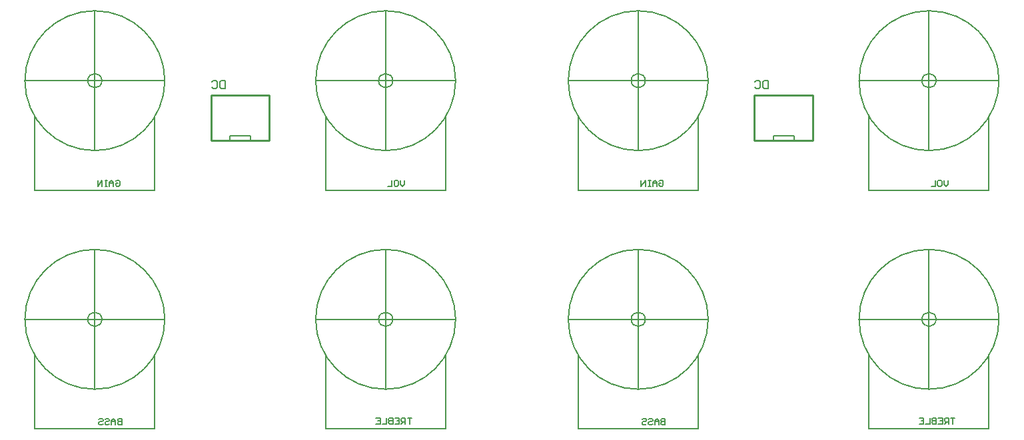
<source format=gbo>
G04*
G04 #@! TF.GenerationSoftware,Altium Limited,Altium Designer,19.1.6 (110)*
G04*
G04 Layer_Color=32896*
%FSLAX25Y25*%
%MOIN*%
G70*
G01*
G75*
%ADD31C,0.01000*%
%ADD42C,0.00787*%
%ADD43C,0.00500*%
%ADD45C,0.00591*%
%ADD77C,0.00800*%
D31*
X142470Y294395D02*
X171604D01*
Y271757D02*
Y294395D01*
X142470Y271757D02*
X171604D01*
X142470D02*
Y294395D01*
X414340D02*
X443474D01*
Y271757D02*
Y294395D01*
X414340Y271757D02*
X443474D01*
X414340D02*
Y294395D01*
D42*
X151919Y271984D02*
Y273952D01*
X162155D01*
Y271984D02*
Y273952D01*
X423789Y271984D02*
Y273952D01*
X434025D01*
Y271984D02*
Y273952D01*
D43*
X194797Y301559D02*
G03*
X229797Y266559I35000J0D01*
G01*
Y336559D02*
G03*
X194797Y301559I-0J-35000D01*
G01*
X229797Y336559D02*
G03*
X194797Y301559I-0J-35000D01*
G01*
Y301559D02*
G03*
X229797Y266559I35000J0D01*
G01*
D02*
G03*
X264797Y301559I0J35000D01*
G01*
Y301559D02*
G03*
X229797Y336559I-35000J0D01*
G01*
X264797Y301559D02*
G03*
X229797Y336559I-35000J0D01*
G01*
Y266559D02*
G03*
X264797Y301559I0J35000D01*
G01*
X233332D02*
G03*
X233332Y301559I-3535J0D01*
G01*
D02*
G03*
X233332Y301559I-3535J0D01*
G01*
X194797Y182059D02*
G03*
X229797Y147059I35000J0D01*
G01*
Y217059D02*
G03*
X194797Y182060I-0J-35000D01*
G01*
X229797Y217059D02*
G03*
X194797Y182060I-0J-35000D01*
G01*
Y182059D02*
G03*
X229797Y147059I35000J0D01*
G01*
D02*
G03*
X264797Y182059I0J35000D01*
G01*
Y182060D02*
G03*
X229797Y217059I-35000J0D01*
G01*
X264797Y182060D02*
G03*
X229797Y217059I-35000J0D01*
G01*
Y147059D02*
G03*
X264797Y182059I0J35000D01*
G01*
X233332D02*
G03*
X233332Y182059I-3535J0D01*
G01*
D02*
G03*
X233332Y182059I-3535J0D01*
G01*
X49297Y301559D02*
G03*
X84297Y266559I35000J0D01*
G01*
Y336559D02*
G03*
X49297Y301559I-0J-35000D01*
G01*
X84297Y336559D02*
G03*
X49297Y301559I-0J-35000D01*
G01*
Y301559D02*
G03*
X84297Y266559I35000J0D01*
G01*
D02*
G03*
X119297Y301559I0J35000D01*
G01*
Y301559D02*
G03*
X84297Y336559I-35000J0D01*
G01*
X119297Y301559D02*
G03*
X84297Y336559I-35000J0D01*
G01*
Y266559D02*
G03*
X119297Y301559I0J35000D01*
G01*
X87832D02*
G03*
X87832Y301559I-3535J0D01*
G01*
D02*
G03*
X87832Y301559I-3535J0D01*
G01*
X49297Y182059D02*
G03*
X84297Y147059I35000J0D01*
G01*
Y217059D02*
G03*
X49297Y182060I-0J-35000D01*
G01*
X84297Y217059D02*
G03*
X49297Y182060I-0J-35000D01*
G01*
Y182059D02*
G03*
X84297Y147059I35000J0D01*
G01*
D02*
G03*
X119297Y182059I0J35000D01*
G01*
Y182060D02*
G03*
X84297Y217059I-35000J0D01*
G01*
X119297Y182060D02*
G03*
X84297Y217059I-35000J0D01*
G01*
Y147059D02*
G03*
X119297Y182059I0J35000D01*
G01*
X87832D02*
G03*
X87832Y182059I-3535J0D01*
G01*
D02*
G03*
X87832Y182059I-3535J0D01*
G01*
X194797Y301559D02*
X264797D01*
X194797D02*
X264797D01*
X199797Y246622D02*
X259797D01*
X199797D02*
X259797D01*
X229797Y266559D02*
Y336559D01*
Y266559D02*
Y336559D01*
X199797Y246622D02*
Y284059D01*
Y246622D02*
Y284059D01*
X259797Y246622D02*
Y284059D01*
Y246622D02*
Y284059D01*
X194797Y182059D02*
X264797D01*
X194797D02*
X264797D01*
X199797Y127122D02*
X259797D01*
X199797D02*
X259797D01*
X229797Y147059D02*
Y217059D01*
Y147059D02*
Y217059D01*
X199797Y127122D02*
Y164559D01*
Y127122D02*
Y164559D01*
X259797Y127122D02*
Y164559D01*
Y127122D02*
Y164559D01*
X49297Y301559D02*
X119297D01*
X49297D02*
X119297D01*
X54297Y246622D02*
X114297D01*
X54297D02*
X114297D01*
X84297Y266559D02*
Y336559D01*
Y266559D02*
Y336559D01*
X54297Y246622D02*
Y284059D01*
Y246622D02*
Y284059D01*
X114297Y246622D02*
Y284059D01*
Y246622D02*
Y284059D01*
X49297Y182059D02*
X119297D01*
X49297D02*
X119297D01*
X54297Y127122D02*
X114297D01*
X54297D02*
X114297D01*
X84297Y147059D02*
Y217059D01*
Y147059D02*
Y217059D01*
X54297Y127122D02*
Y164559D01*
Y127122D02*
Y164559D01*
X114297Y127122D02*
Y164559D01*
Y127122D02*
Y164559D01*
X466667Y301559D02*
G03*
X501667Y266559I35000J0D01*
G01*
Y336559D02*
G03*
X466667Y301559I-0J-35000D01*
G01*
X501667Y336559D02*
G03*
X466667Y301559I-0J-35000D01*
G01*
Y301559D02*
G03*
X501667Y266559I35000J0D01*
G01*
D02*
G03*
X536667Y301559I0J35000D01*
G01*
Y301559D02*
G03*
X501667Y336559I-35000J0D01*
G01*
X536667Y301559D02*
G03*
X501667Y336559I-35000J0D01*
G01*
Y266559D02*
G03*
X536667Y301559I0J35000D01*
G01*
X505202D02*
G03*
X505202Y301559I-3535J0D01*
G01*
D02*
G03*
X505202Y301559I-3535J0D01*
G01*
X466667Y182059D02*
G03*
X501667Y147059I35000J0D01*
G01*
Y217059D02*
G03*
X466667Y182060I-0J-35000D01*
G01*
X501667Y217059D02*
G03*
X466667Y182060I-0J-35000D01*
G01*
Y182059D02*
G03*
X501667Y147059I35000J0D01*
G01*
D02*
G03*
X536667Y182059I0J35000D01*
G01*
Y182060D02*
G03*
X501667Y217059I-35000J0D01*
G01*
X536667Y182060D02*
G03*
X501667Y217059I-35000J0D01*
G01*
Y147059D02*
G03*
X536667Y182059I0J35000D01*
G01*
X505202D02*
G03*
X505202Y182059I-3535J0D01*
G01*
D02*
G03*
X505202Y182059I-3535J0D01*
G01*
X321167Y301559D02*
G03*
X356167Y266559I35000J0D01*
G01*
Y336559D02*
G03*
X321167Y301559I-0J-35000D01*
G01*
X356167Y336559D02*
G03*
X321167Y301559I-0J-35000D01*
G01*
Y301559D02*
G03*
X356167Y266559I35000J0D01*
G01*
D02*
G03*
X391167Y301559I0J35000D01*
G01*
Y301559D02*
G03*
X356167Y336559I-35000J0D01*
G01*
X391167Y301559D02*
G03*
X356167Y336559I-35000J0D01*
G01*
Y266559D02*
G03*
X391167Y301559I0J35000D01*
G01*
X359702D02*
G03*
X359702Y301559I-3535J0D01*
G01*
D02*
G03*
X359702Y301559I-3535J0D01*
G01*
X321167Y182059D02*
G03*
X356167Y147059I35000J0D01*
G01*
Y217059D02*
G03*
X321167Y182060I-0J-35000D01*
G01*
X356167Y217059D02*
G03*
X321167Y182060I-0J-35000D01*
G01*
Y182059D02*
G03*
X356167Y147059I35000J0D01*
G01*
D02*
G03*
X391167Y182059I0J35000D01*
G01*
Y182060D02*
G03*
X356167Y217059I-35000J0D01*
G01*
X391167Y182060D02*
G03*
X356167Y217059I-35000J0D01*
G01*
Y147059D02*
G03*
X391167Y182059I0J35000D01*
G01*
X359702D02*
G03*
X359702Y182059I-3535J0D01*
G01*
D02*
G03*
X359702Y182059I-3535J0D01*
G01*
X466667Y301559D02*
X536667D01*
X466667D02*
X536667D01*
X471667Y246622D02*
X531667D01*
X471667D02*
X531667D01*
X501667Y266559D02*
Y336559D01*
Y266559D02*
Y336559D01*
X471667Y246622D02*
Y284059D01*
Y246622D02*
Y284059D01*
X531667Y246622D02*
Y284059D01*
Y246622D02*
Y284059D01*
X466667Y182059D02*
X536667D01*
X466667D02*
X536667D01*
X471667Y127122D02*
X531667D01*
X471667D02*
X531667D01*
X501667Y147059D02*
Y217059D01*
Y147059D02*
Y217059D01*
X471667Y127122D02*
Y164559D01*
Y127122D02*
Y164559D01*
X531667Y127122D02*
Y164559D01*
Y127122D02*
Y164559D01*
X321167Y301559D02*
X391167D01*
X321167D02*
X391167D01*
X326167Y246622D02*
X386167D01*
X326167D02*
X386167D01*
X356167Y266559D02*
Y336559D01*
Y266559D02*
Y336559D01*
X326167Y246622D02*
Y284059D01*
Y246622D02*
Y284059D01*
X386167Y246622D02*
Y284059D01*
Y246622D02*
Y284059D01*
X321167Y182059D02*
X391167D01*
X321167D02*
X391167D01*
X326167Y127122D02*
X386167D01*
X326167D02*
X386167D01*
X356167Y147059D02*
Y217059D01*
Y147059D02*
Y217059D01*
X326167Y127122D02*
Y164559D01*
Y127122D02*
Y164559D01*
X386167Y127122D02*
Y164559D01*
Y127122D02*
Y164559D01*
D45*
X242797Y132771D02*
X240698D01*
X241747D01*
Y129622D01*
X239648D02*
Y132771D01*
X238074D01*
X237549Y132246D01*
Y131196D01*
X238074Y130672D01*
X239648D01*
X238599D02*
X237549Y129622D01*
X234401Y132771D02*
X236500D01*
Y129622D01*
X234401D01*
X236500Y131196D02*
X235450D01*
X233351Y132771D02*
Y129622D01*
X231777D01*
X231252Y130147D01*
Y130672D01*
X231777Y131196D01*
X233351D01*
X231777D01*
X231252Y131721D01*
Y132246D01*
X231777Y132771D01*
X233351D01*
X230203D02*
Y129622D01*
X228103D01*
X224955Y132771D02*
X227054D01*
Y129622D01*
X224955D01*
X227054Y131196D02*
X226004D01*
X239297Y251771D02*
Y249672D01*
X238247Y248622D01*
X237198Y249672D01*
Y251771D01*
X234574D02*
X235624D01*
X236148Y251246D01*
Y249147D01*
X235624Y248622D01*
X234574D01*
X234049Y249147D01*
Y251246D01*
X234574Y251771D01*
X233000D02*
Y248622D01*
X230901D01*
X97797Y132371D02*
Y129222D01*
X96223D01*
X95698Y129747D01*
Y130272D01*
X96223Y130796D01*
X97797D01*
X96223D01*
X95698Y131321D01*
Y131846D01*
X96223Y132371D01*
X97797D01*
X94648Y129222D02*
Y131321D01*
X93599Y132371D01*
X92549Y131321D01*
Y129222D01*
Y130796D01*
X94648D01*
X89401Y131846D02*
X89925Y132371D01*
X90975D01*
X91500Y131846D01*
Y131321D01*
X90975Y130796D01*
X89925D01*
X89401Y130272D01*
Y129747D01*
X89925Y129222D01*
X90975D01*
X91500Y129747D01*
X86252Y131846D02*
X86777Y132371D01*
X87826D01*
X88351Y131846D01*
Y131321D01*
X87826Y130796D01*
X86777D01*
X86252Y130272D01*
Y129747D01*
X86777Y129222D01*
X87826D01*
X88351Y129747D01*
X94698Y251246D02*
X95223Y251771D01*
X96272D01*
X96797Y251246D01*
Y249147D01*
X96272Y248622D01*
X95223D01*
X94698Y249147D01*
Y250196D01*
X95747D01*
X93648Y248622D02*
Y250721D01*
X92599Y251771D01*
X91549Y250721D01*
Y248622D01*
Y250196D01*
X93648D01*
X90500Y251771D02*
X89450D01*
X89975D01*
Y248622D01*
X90500D01*
X89450D01*
X87876D02*
Y251771D01*
X85777Y248622D01*
Y251771D01*
X514667Y132771D02*
X512568D01*
X513617D01*
Y129622D01*
X511518D02*
Y132771D01*
X509944D01*
X509419Y132246D01*
Y131196D01*
X509944Y130672D01*
X511518D01*
X510469D02*
X509419Y129622D01*
X506271Y132771D02*
X508370D01*
Y129622D01*
X506271D01*
X508370Y131196D02*
X507320D01*
X505221Y132771D02*
Y129622D01*
X503647D01*
X503122Y130147D01*
Y130672D01*
X503647Y131196D01*
X505221D01*
X503647D01*
X503122Y131721D01*
Y132246D01*
X503647Y132771D01*
X505221D01*
X502073D02*
Y129622D01*
X499974D01*
X496825Y132771D02*
X498924D01*
Y129622D01*
X496825D01*
X498924Y131196D02*
X497874D01*
X511167Y251771D02*
Y249672D01*
X510117Y248622D01*
X509068Y249672D01*
Y251771D01*
X506444D02*
X507494D01*
X508018Y251246D01*
Y249147D01*
X507494Y248622D01*
X506444D01*
X505919Y249147D01*
Y251246D01*
X506444Y251771D01*
X504870D02*
Y248622D01*
X502771D01*
X369667Y132371D02*
Y129222D01*
X368093D01*
X367568Y129747D01*
Y130272D01*
X368093Y130796D01*
X369667D01*
X368093D01*
X367568Y131321D01*
Y131846D01*
X368093Y132371D01*
X369667D01*
X366518Y129222D02*
Y131321D01*
X365469Y132371D01*
X364419Y131321D01*
Y129222D01*
Y130796D01*
X366518D01*
X361271Y131846D02*
X361795Y132371D01*
X362845D01*
X363370Y131846D01*
Y131321D01*
X362845Y130796D01*
X361795D01*
X361271Y130272D01*
Y129747D01*
X361795Y129222D01*
X362845D01*
X363370Y129747D01*
X358122Y131846D02*
X358647Y132371D01*
X359696D01*
X360221Y131846D01*
Y131321D01*
X359696Y130796D01*
X358647D01*
X358122Y130272D01*
Y129747D01*
X358647Y129222D01*
X359696D01*
X360221Y129747D01*
X366568Y251246D02*
X367093Y251771D01*
X368142D01*
X368667Y251246D01*
Y249147D01*
X368142Y248622D01*
X367093D01*
X366568Y249147D01*
Y250196D01*
X367617D01*
X365518Y248622D02*
Y250721D01*
X364469Y251771D01*
X363419Y250721D01*
Y248622D01*
Y250196D01*
X365518D01*
X362370Y251771D02*
X361320D01*
X361845D01*
Y248622D01*
X362370D01*
X361320D01*
X359746D02*
Y251771D01*
X357647Y248622D01*
Y251771D01*
D77*
X149432Y301716D02*
Y297717D01*
X147433D01*
X146766Y298384D01*
Y301050D01*
X147433Y301716D01*
X149432D01*
X142768Y301050D02*
X143434Y301716D01*
X144767D01*
X145434Y301050D01*
Y298384D01*
X144767Y297717D01*
X143434D01*
X142768Y298384D01*
X421302Y301716D02*
Y297717D01*
X419303D01*
X418637Y298384D01*
Y301050D01*
X419303Y301716D01*
X421302D01*
X414638Y301050D02*
X415304Y301716D01*
X416637D01*
X417304Y301050D01*
Y298384D01*
X416637Y297717D01*
X415304D01*
X414638Y298384D01*
M02*

</source>
